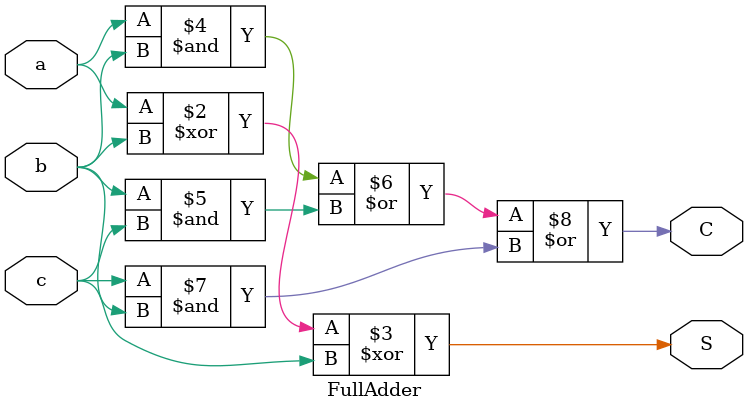
<source format=v>
module FullAdder(a,b,c,S,C);
input a,b,c;
output reg S,C;
always@(*) begin
S=a^b^c;
C=(a&b)|(b&c)|(c&b);
end
endmodule


</source>
